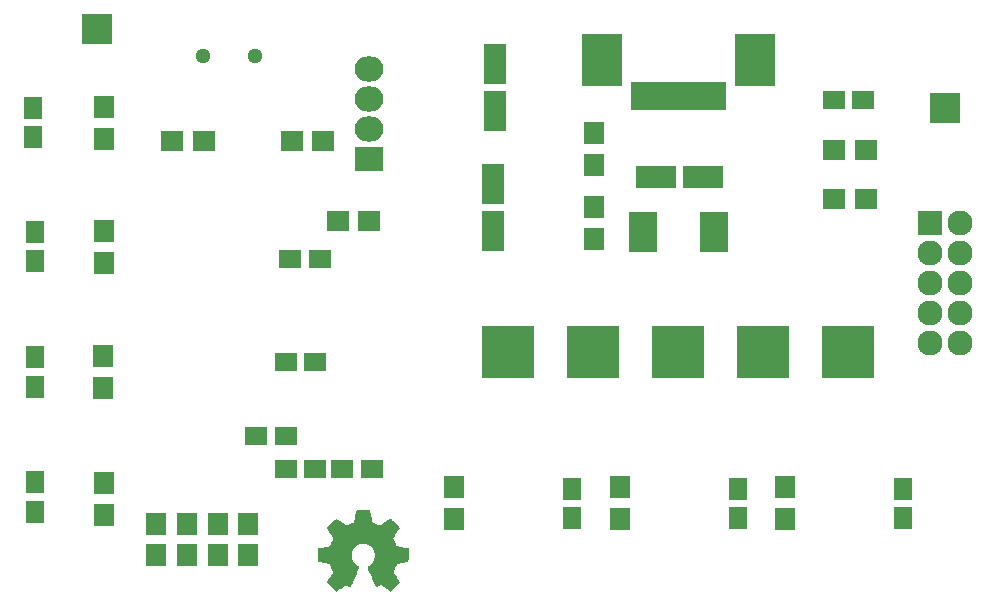
<source format=gbr>
G04 #@! TF.FileFunction,Soldermask,Bot*
%FSLAX46Y46*%
G04 Gerber Fmt 4.6, Leading zero omitted, Abs format (unit mm)*
G04 Created by KiCad (PCBNEW 4.0.1-3.201512161002+6197~38~ubuntu14.04.1-stable) date Sat 19 Dec 2015 01:41:55 AM EET*
%MOMM*%
G01*
G04 APERTURE LIST*
%ADD10C,0.100000*%
%ADD11C,0.002000*%
%ADD12R,1.901140X3.399740*%
%ADD13R,1.900000X1.650000*%
%ADD14R,1.650000X1.900000*%
%ADD15R,3.399740X1.901140*%
%ADD16C,1.299160*%
%ADD17R,2.127200X2.127200*%
%ADD18O,2.127200X2.127200*%
%ADD19R,2.432000X2.127200*%
%ADD20O,2.432000X2.127200*%
%ADD21R,1.000000X2.400000*%
%ADD22R,3.400000X4.400000*%
%ADD23R,2.398980X3.399740*%
%ADD24R,1.700000X1.900000*%
%ADD25R,1.900000X1.700000*%
%ADD26R,4.464000X4.464000*%
%ADD27R,2.635200X2.635200*%
G04 APERTURE END LIST*
D10*
D11*
G36*
X135959530Y-79810328D02*
X135929902Y-79963449D01*
X135901746Y-80099644D01*
X135876883Y-80210818D01*
X135857134Y-80288872D01*
X135844320Y-80325710D01*
X135843357Y-80326954D01*
X135811496Y-80345112D01*
X135742900Y-80376930D01*
X135648554Y-80417918D01*
X135539444Y-80463586D01*
X135426556Y-80509446D01*
X135320876Y-80551007D01*
X135233389Y-80583780D01*
X135175080Y-80603276D01*
X135158744Y-80606734D01*
X135129779Y-80592887D01*
X135066014Y-80554371D01*
X134974526Y-80495723D01*
X134862392Y-80421481D01*
X134736686Y-80336180D01*
X134735807Y-80335576D01*
X134609344Y-80249290D01*
X134495925Y-80172896D01*
X134402796Y-80111195D01*
X134337208Y-80068991D01*
X134306500Y-80051122D01*
X134278436Y-80064137D01*
X134222328Y-80107903D01*
X134144897Y-80175781D01*
X134052862Y-80261132D01*
X133952944Y-80357314D01*
X133851863Y-80457688D01*
X133756338Y-80555613D01*
X133673089Y-80644451D01*
X133608836Y-80717560D01*
X133570299Y-80768301D01*
X133562211Y-80786565D01*
X133576066Y-80819566D01*
X133614584Y-80887047D01*
X133673195Y-80981627D01*
X133747330Y-81095929D01*
X133830251Y-81219397D01*
X133915000Y-81345209D01*
X133988726Y-81457794D01*
X134046880Y-81549950D01*
X134084917Y-81614472D01*
X134098292Y-81643988D01*
X134088467Y-81678578D01*
X134062034Y-81748968D01*
X134023556Y-81844500D01*
X133977597Y-81954518D01*
X133928720Y-82068363D01*
X133881487Y-82175377D01*
X133840462Y-82264902D01*
X133810209Y-82326280D01*
X133796938Y-82347846D01*
X133769085Y-82356568D01*
X133700478Y-82372805D01*
X133600544Y-82394665D01*
X133478712Y-82420253D01*
X133344408Y-82447678D01*
X133207061Y-82475047D01*
X133076097Y-82500467D01*
X132960944Y-82522045D01*
X132871029Y-82537889D01*
X132815780Y-82546105D01*
X132805806Y-82546834D01*
X132800459Y-82570820D01*
X132796877Y-82636685D01*
X132794921Y-82735287D01*
X132794455Y-82857484D01*
X132795338Y-82994135D01*
X132797434Y-83136098D01*
X132800605Y-83274233D01*
X132804712Y-83399397D01*
X132809617Y-83502450D01*
X132815182Y-83574249D01*
X132821269Y-83605654D01*
X132821806Y-83606167D01*
X132854088Y-83615760D01*
X132928029Y-83632709D01*
X133035066Y-83655207D01*
X133166631Y-83681447D01*
X133295964Y-83706210D01*
X133445010Y-83735810D01*
X133576304Y-83764907D01*
X133681336Y-83791384D01*
X133751598Y-83813123D01*
X133777387Y-83826024D01*
X133798275Y-83861981D01*
X133832330Y-83934727D01*
X133875176Y-84033408D01*
X133922439Y-84147169D01*
X133969744Y-84265157D01*
X134012716Y-84376517D01*
X134046979Y-84470395D01*
X134068160Y-84535936D01*
X134072859Y-84559089D01*
X134058916Y-84590255D01*
X134020301Y-84655693D01*
X133961738Y-84747933D01*
X133887951Y-84859503D01*
X133817487Y-84962948D01*
X133734402Y-85085735D01*
X133662624Y-85196326D01*
X133606903Y-85287032D01*
X133571987Y-85350166D01*
X133562211Y-85376161D01*
X133579420Y-85404816D01*
X133626563Y-85461962D01*
X133696914Y-85540681D01*
X133783747Y-85634057D01*
X133880335Y-85735174D01*
X133979953Y-85837116D01*
X134075874Y-85932965D01*
X134161372Y-86015807D01*
X134229722Y-86078724D01*
X134274196Y-86114801D01*
X134286281Y-86120703D01*
X134313448Y-86106926D01*
X134375151Y-86068779D01*
X134464009Y-86011037D01*
X134572638Y-85938477D01*
X134662237Y-85877484D01*
X134782691Y-85795568D01*
X134890641Y-85723487D01*
X134978163Y-85666430D01*
X135037334Y-85629582D01*
X135057869Y-85618503D01*
X135099928Y-85621412D01*
X135172684Y-85643964D01*
X135261870Y-85681625D01*
X135272563Y-85686734D01*
X135360835Y-85725589D01*
X135434158Y-85750898D01*
X135478435Y-85757915D01*
X135481633Y-85757122D01*
X135496948Y-85732305D01*
X135528944Y-85666864D01*
X135574813Y-85567360D01*
X135631743Y-85440358D01*
X135696925Y-85292420D01*
X135767549Y-85130109D01*
X135840804Y-84959990D01*
X135913882Y-84788624D01*
X135983971Y-84622574D01*
X136048262Y-84468405D01*
X136103945Y-84332679D01*
X136148210Y-84221959D01*
X136178246Y-84142808D01*
X136191244Y-84101789D01*
X136191558Y-84099006D01*
X136172435Y-84077774D01*
X136121370Y-84034510D01*
X136047823Y-83977060D01*
X136013852Y-83951586D01*
X135835944Y-83791800D01*
X135700517Y-83611344D01*
X135607986Y-83415978D01*
X135558767Y-83211461D01*
X135553274Y-83003552D01*
X135591922Y-82798010D01*
X135675127Y-82600595D01*
X135803304Y-82417065D01*
X135896314Y-82321180D01*
X136072364Y-82190241D01*
X136261478Y-82104272D01*
X136457959Y-82060760D01*
X136656112Y-82057193D01*
X136850240Y-82091056D01*
X137034649Y-82159836D01*
X137203642Y-82261020D01*
X137351524Y-82392094D01*
X137472599Y-82550546D01*
X137561171Y-82733861D01*
X137611544Y-82939526D01*
X137621106Y-83082278D01*
X137596973Y-83310942D01*
X137525070Y-83522294D01*
X137406135Y-83714937D01*
X137240909Y-83887474D01*
X137160621Y-83951586D01*
X137080668Y-84012545D01*
X137019373Y-84062490D01*
X136986195Y-84093576D01*
X136982915Y-84099006D01*
X136992627Y-84132796D01*
X137019889Y-84205854D01*
X137061888Y-84311614D01*
X137115813Y-84443514D01*
X137178849Y-84594991D01*
X137248186Y-84759481D01*
X137321011Y-84930421D01*
X137394511Y-85101249D01*
X137465874Y-85265399D01*
X137532288Y-85416310D01*
X137590939Y-85547418D01*
X137639017Y-85652160D01*
X137673708Y-85723973D01*
X137692199Y-85756292D01*
X137693544Y-85757392D01*
X137732254Y-85753219D01*
X137802373Y-85729686D01*
X137890304Y-85691543D01*
X137911532Y-85681245D01*
X138093367Y-85591223D01*
X138480328Y-85855963D01*
X138604404Y-85940073D01*
X138714390Y-86013161D01*
X138803243Y-86070665D01*
X138863921Y-86108024D01*
X138889112Y-86120703D01*
X138913092Y-86103434D01*
X138967010Y-86055321D01*
X139044990Y-85981907D01*
X139141156Y-85888735D01*
X139249630Y-85781347D01*
X139261598Y-85769368D01*
X139370297Y-85658356D01*
X139465285Y-85557324D01*
X139540976Y-85472547D01*
X139591782Y-85410300D01*
X139612117Y-85376859D01*
X139612261Y-85375488D01*
X139598301Y-85341409D01*
X139559586Y-85273334D01*
X139500863Y-85178935D01*
X139426880Y-85065885D01*
X139356985Y-84962948D01*
X139274043Y-84840894D01*
X139202348Y-84731881D01*
X139146622Y-84643379D01*
X139111591Y-84582859D01*
X139101614Y-84559089D01*
X139111088Y-84519716D01*
X139136695Y-84444442D01*
X139174059Y-84344120D01*
X139218806Y-84229606D01*
X139266560Y-84111752D01*
X139312947Y-84001415D01*
X139353591Y-83909446D01*
X139384118Y-83846702D01*
X139397086Y-83826024D01*
X139432128Y-83809809D01*
X139508984Y-83787103D01*
X139619146Y-83760024D01*
X139754104Y-83730689D01*
X139878509Y-83706210D01*
X140024580Y-83678173D01*
X140153663Y-83652285D01*
X140257194Y-83630355D01*
X140326605Y-83614191D01*
X140352666Y-83606167D01*
X140358791Y-83578619D01*
X140364406Y-83509899D01*
X140369373Y-83409149D01*
X140373553Y-83285509D01*
X140376808Y-83148121D01*
X140379001Y-83006128D01*
X140379993Y-82868669D01*
X140379646Y-82744888D01*
X140377823Y-82643924D01*
X140374385Y-82574920D01*
X140369193Y-82547018D01*
X140368666Y-82546834D01*
X140329137Y-82542028D01*
X140251344Y-82528873D01*
X140144713Y-82509260D01*
X140018672Y-82485084D01*
X139882649Y-82458236D01*
X139746071Y-82430609D01*
X139618365Y-82404096D01*
X139508960Y-82380590D01*
X139427281Y-82361983D01*
X139382758Y-82350168D01*
X139377534Y-82347846D01*
X139358993Y-82316182D01*
X139326083Y-82247966D01*
X139283366Y-82153856D01*
X139235405Y-82044510D01*
X139186764Y-81930586D01*
X139142006Y-81822742D01*
X139105694Y-81731635D01*
X139082391Y-81667924D01*
X139076181Y-81643988D01*
X139089993Y-81613675D01*
X139128396Y-81548642D01*
X139186843Y-81456093D01*
X139260786Y-81343233D01*
X139344221Y-81219397D01*
X139429098Y-81092966D01*
X139502909Y-80979058D01*
X139561085Y-80885050D01*
X139599056Y-80818322D01*
X139612261Y-80786565D01*
X139594894Y-80754688D01*
X139547272Y-80695958D01*
X139476116Y-80617015D01*
X139388145Y-80524499D01*
X139290080Y-80425051D01*
X139188639Y-80325310D01*
X139090544Y-80231916D01*
X139002513Y-80151510D01*
X138931268Y-80090731D01*
X138883527Y-80056219D01*
X138867972Y-80051122D01*
X138836853Y-80069248D01*
X138771006Y-80111634D01*
X138677679Y-80173476D01*
X138564121Y-80249973D01*
X138438666Y-80335576D01*
X138312893Y-80420936D01*
X138200643Y-80495269D01*
X138108991Y-80554037D01*
X138045015Y-80592704D01*
X138015792Y-80606733D01*
X138015729Y-80606734D01*
X137979984Y-80597263D01*
X137908527Y-80571846D01*
X137812343Y-80534970D01*
X137702418Y-80491126D01*
X137589737Y-80444803D01*
X137485287Y-80400491D01*
X137400052Y-80362678D01*
X137345018Y-80335854D01*
X137331115Y-80326954D01*
X137319232Y-80295471D01*
X137300201Y-80221824D01*
X137275843Y-80114109D01*
X137247978Y-79980424D01*
X137218428Y-79828867D01*
X137214942Y-79810328D01*
X137122655Y-79317588D01*
X136051817Y-79317588D01*
X135959530Y-79810328D01*
X135959530Y-79810328D01*
G37*
X135959530Y-79810328D02*
X135929902Y-79963449D01*
X135901746Y-80099644D01*
X135876883Y-80210818D01*
X135857134Y-80288872D01*
X135844320Y-80325710D01*
X135843357Y-80326954D01*
X135811496Y-80345112D01*
X135742900Y-80376930D01*
X135648554Y-80417918D01*
X135539444Y-80463586D01*
X135426556Y-80509446D01*
X135320876Y-80551007D01*
X135233389Y-80583780D01*
X135175080Y-80603276D01*
X135158744Y-80606734D01*
X135129779Y-80592887D01*
X135066014Y-80554371D01*
X134974526Y-80495723D01*
X134862392Y-80421481D01*
X134736686Y-80336180D01*
X134735807Y-80335576D01*
X134609344Y-80249290D01*
X134495925Y-80172896D01*
X134402796Y-80111195D01*
X134337208Y-80068991D01*
X134306500Y-80051122D01*
X134278436Y-80064137D01*
X134222328Y-80107903D01*
X134144897Y-80175781D01*
X134052862Y-80261132D01*
X133952944Y-80357314D01*
X133851863Y-80457688D01*
X133756338Y-80555613D01*
X133673089Y-80644451D01*
X133608836Y-80717560D01*
X133570299Y-80768301D01*
X133562211Y-80786565D01*
X133576066Y-80819566D01*
X133614584Y-80887047D01*
X133673195Y-80981627D01*
X133747330Y-81095929D01*
X133830251Y-81219397D01*
X133915000Y-81345209D01*
X133988726Y-81457794D01*
X134046880Y-81549950D01*
X134084917Y-81614472D01*
X134098292Y-81643988D01*
X134088467Y-81678578D01*
X134062034Y-81748968D01*
X134023556Y-81844500D01*
X133977597Y-81954518D01*
X133928720Y-82068363D01*
X133881487Y-82175377D01*
X133840462Y-82264902D01*
X133810209Y-82326280D01*
X133796938Y-82347846D01*
X133769085Y-82356568D01*
X133700478Y-82372805D01*
X133600544Y-82394665D01*
X133478712Y-82420253D01*
X133344408Y-82447678D01*
X133207061Y-82475047D01*
X133076097Y-82500467D01*
X132960944Y-82522045D01*
X132871029Y-82537889D01*
X132815780Y-82546105D01*
X132805806Y-82546834D01*
X132800459Y-82570820D01*
X132796877Y-82636685D01*
X132794921Y-82735287D01*
X132794455Y-82857484D01*
X132795338Y-82994135D01*
X132797434Y-83136098D01*
X132800605Y-83274233D01*
X132804712Y-83399397D01*
X132809617Y-83502450D01*
X132815182Y-83574249D01*
X132821269Y-83605654D01*
X132821806Y-83606167D01*
X132854088Y-83615760D01*
X132928029Y-83632709D01*
X133035066Y-83655207D01*
X133166631Y-83681447D01*
X133295964Y-83706210D01*
X133445010Y-83735810D01*
X133576304Y-83764907D01*
X133681336Y-83791384D01*
X133751598Y-83813123D01*
X133777387Y-83826024D01*
X133798275Y-83861981D01*
X133832330Y-83934727D01*
X133875176Y-84033408D01*
X133922439Y-84147169D01*
X133969744Y-84265157D01*
X134012716Y-84376517D01*
X134046979Y-84470395D01*
X134068160Y-84535936D01*
X134072859Y-84559089D01*
X134058916Y-84590255D01*
X134020301Y-84655693D01*
X133961738Y-84747933D01*
X133887951Y-84859503D01*
X133817487Y-84962948D01*
X133734402Y-85085735D01*
X133662624Y-85196326D01*
X133606903Y-85287032D01*
X133571987Y-85350166D01*
X133562211Y-85376161D01*
X133579420Y-85404816D01*
X133626563Y-85461962D01*
X133696914Y-85540681D01*
X133783747Y-85634057D01*
X133880335Y-85735174D01*
X133979953Y-85837116D01*
X134075874Y-85932965D01*
X134161372Y-86015807D01*
X134229722Y-86078724D01*
X134274196Y-86114801D01*
X134286281Y-86120703D01*
X134313448Y-86106926D01*
X134375151Y-86068779D01*
X134464009Y-86011037D01*
X134572638Y-85938477D01*
X134662237Y-85877484D01*
X134782691Y-85795568D01*
X134890641Y-85723487D01*
X134978163Y-85666430D01*
X135037334Y-85629582D01*
X135057869Y-85618503D01*
X135099928Y-85621412D01*
X135172684Y-85643964D01*
X135261870Y-85681625D01*
X135272563Y-85686734D01*
X135360835Y-85725589D01*
X135434158Y-85750898D01*
X135478435Y-85757915D01*
X135481633Y-85757122D01*
X135496948Y-85732305D01*
X135528944Y-85666864D01*
X135574813Y-85567360D01*
X135631743Y-85440358D01*
X135696925Y-85292420D01*
X135767549Y-85130109D01*
X135840804Y-84959990D01*
X135913882Y-84788624D01*
X135983971Y-84622574D01*
X136048262Y-84468405D01*
X136103945Y-84332679D01*
X136148210Y-84221959D01*
X136178246Y-84142808D01*
X136191244Y-84101789D01*
X136191558Y-84099006D01*
X136172435Y-84077774D01*
X136121370Y-84034510D01*
X136047823Y-83977060D01*
X136013852Y-83951586D01*
X135835944Y-83791800D01*
X135700517Y-83611344D01*
X135607986Y-83415978D01*
X135558767Y-83211461D01*
X135553274Y-83003552D01*
X135591922Y-82798010D01*
X135675127Y-82600595D01*
X135803304Y-82417065D01*
X135896314Y-82321180D01*
X136072364Y-82190241D01*
X136261478Y-82104272D01*
X136457959Y-82060760D01*
X136656112Y-82057193D01*
X136850240Y-82091056D01*
X137034649Y-82159836D01*
X137203642Y-82261020D01*
X137351524Y-82392094D01*
X137472599Y-82550546D01*
X137561171Y-82733861D01*
X137611544Y-82939526D01*
X137621106Y-83082278D01*
X137596973Y-83310942D01*
X137525070Y-83522294D01*
X137406135Y-83714937D01*
X137240909Y-83887474D01*
X137160621Y-83951586D01*
X137080668Y-84012545D01*
X137019373Y-84062490D01*
X136986195Y-84093576D01*
X136982915Y-84099006D01*
X136992627Y-84132796D01*
X137019889Y-84205854D01*
X137061888Y-84311614D01*
X137115813Y-84443514D01*
X137178849Y-84594991D01*
X137248186Y-84759481D01*
X137321011Y-84930421D01*
X137394511Y-85101249D01*
X137465874Y-85265399D01*
X137532288Y-85416310D01*
X137590939Y-85547418D01*
X137639017Y-85652160D01*
X137673708Y-85723973D01*
X137692199Y-85756292D01*
X137693544Y-85757392D01*
X137732254Y-85753219D01*
X137802373Y-85729686D01*
X137890304Y-85691543D01*
X137911532Y-85681245D01*
X138093367Y-85591223D01*
X138480328Y-85855963D01*
X138604404Y-85940073D01*
X138714390Y-86013161D01*
X138803243Y-86070665D01*
X138863921Y-86108024D01*
X138889112Y-86120703D01*
X138913092Y-86103434D01*
X138967010Y-86055321D01*
X139044990Y-85981907D01*
X139141156Y-85888735D01*
X139249630Y-85781347D01*
X139261598Y-85769368D01*
X139370297Y-85658356D01*
X139465285Y-85557324D01*
X139540976Y-85472547D01*
X139591782Y-85410300D01*
X139612117Y-85376859D01*
X139612261Y-85375488D01*
X139598301Y-85341409D01*
X139559586Y-85273334D01*
X139500863Y-85178935D01*
X139426880Y-85065885D01*
X139356985Y-84962948D01*
X139274043Y-84840894D01*
X139202348Y-84731881D01*
X139146622Y-84643379D01*
X139111591Y-84582859D01*
X139101614Y-84559089D01*
X139111088Y-84519716D01*
X139136695Y-84444442D01*
X139174059Y-84344120D01*
X139218806Y-84229606D01*
X139266560Y-84111752D01*
X139312947Y-84001415D01*
X139353591Y-83909446D01*
X139384118Y-83846702D01*
X139397086Y-83826024D01*
X139432128Y-83809809D01*
X139508984Y-83787103D01*
X139619146Y-83760024D01*
X139754104Y-83730689D01*
X139878509Y-83706210D01*
X140024580Y-83678173D01*
X140153663Y-83652285D01*
X140257194Y-83630355D01*
X140326605Y-83614191D01*
X140352666Y-83606167D01*
X140358791Y-83578619D01*
X140364406Y-83509899D01*
X140369373Y-83409149D01*
X140373553Y-83285509D01*
X140376808Y-83148121D01*
X140379001Y-83006128D01*
X140379993Y-82868669D01*
X140379646Y-82744888D01*
X140377823Y-82643924D01*
X140374385Y-82574920D01*
X140369193Y-82547018D01*
X140368666Y-82546834D01*
X140329137Y-82542028D01*
X140251344Y-82528873D01*
X140144713Y-82509260D01*
X140018672Y-82485084D01*
X139882649Y-82458236D01*
X139746071Y-82430609D01*
X139618365Y-82404096D01*
X139508960Y-82380590D01*
X139427281Y-82361983D01*
X139382758Y-82350168D01*
X139377534Y-82347846D01*
X139358993Y-82316182D01*
X139326083Y-82247966D01*
X139283366Y-82153856D01*
X139235405Y-82044510D01*
X139186764Y-81930586D01*
X139142006Y-81822742D01*
X139105694Y-81731635D01*
X139082391Y-81667924D01*
X139076181Y-81643988D01*
X139089993Y-81613675D01*
X139128396Y-81548642D01*
X139186843Y-81456093D01*
X139260786Y-81343233D01*
X139344221Y-81219397D01*
X139429098Y-81092966D01*
X139502909Y-80979058D01*
X139561085Y-80885050D01*
X139599056Y-80818322D01*
X139612261Y-80786565D01*
X139594894Y-80754688D01*
X139547272Y-80695958D01*
X139476116Y-80617015D01*
X139388145Y-80524499D01*
X139290080Y-80425051D01*
X139188639Y-80325310D01*
X139090544Y-80231916D01*
X139002513Y-80151510D01*
X138931268Y-80090731D01*
X138883527Y-80056219D01*
X138867972Y-80051122D01*
X138836853Y-80069248D01*
X138771006Y-80111634D01*
X138677679Y-80173476D01*
X138564121Y-80249973D01*
X138438666Y-80335576D01*
X138312893Y-80420936D01*
X138200643Y-80495269D01*
X138108991Y-80554037D01*
X138045015Y-80592704D01*
X138015792Y-80606733D01*
X138015729Y-80606734D01*
X137979984Y-80597263D01*
X137908527Y-80571846D01*
X137812343Y-80534970D01*
X137702418Y-80491126D01*
X137589737Y-80444803D01*
X137485287Y-80400491D01*
X137400052Y-80362678D01*
X137345018Y-80335854D01*
X137331115Y-80326954D01*
X137319232Y-80295471D01*
X137300201Y-80221824D01*
X137275843Y-80114109D01*
X137247978Y-79980424D01*
X137218428Y-79828867D01*
X137214942Y-79810328D01*
X137122655Y-79317588D01*
X136051817Y-79317588D01*
X135959530Y-79810328D01*
D12*
X147800000Y-41501020D03*
X147800000Y-45498980D03*
X147600000Y-51701020D03*
X147600000Y-55698980D03*
D13*
X130050000Y-73000000D03*
X127550000Y-73000000D03*
X132550000Y-66800000D03*
X130050000Y-66800000D03*
X132950000Y-58030000D03*
X130450000Y-58030000D03*
X132550000Y-75800000D03*
X130050000Y-75800000D03*
X137350000Y-75800000D03*
X134850000Y-75800000D03*
D14*
X154330000Y-77480000D03*
X154330000Y-79980000D03*
X168330000Y-77480000D03*
X168330000Y-79980000D03*
X182330000Y-77480000D03*
X182330000Y-79980000D03*
X108700000Y-45250000D03*
X108700000Y-47750000D03*
X108800000Y-55750000D03*
X108800000Y-58250000D03*
X108800000Y-66360000D03*
X108800000Y-68860000D03*
X108790000Y-76950000D03*
X108790000Y-79450000D03*
D13*
X178950000Y-44600000D03*
X176450000Y-44600000D03*
D15*
X165398980Y-51100000D03*
X161401020Y-51100000D03*
D16*
X127449640Y-40850900D03*
X123050360Y-40850900D03*
D17*
X184600000Y-55000000D03*
D18*
X187140000Y-55000000D03*
X184600000Y-57540000D03*
X187140000Y-57540000D03*
X184600000Y-60080000D03*
X187140000Y-60080000D03*
X184600000Y-62620000D03*
X187140000Y-62620000D03*
X184600000Y-65160000D03*
X187140000Y-65160000D03*
D19*
X137100000Y-49600000D03*
D20*
X137100000Y-47060000D03*
X137100000Y-44520000D03*
X137100000Y-41980000D03*
D21*
X159830000Y-44230000D03*
X160830000Y-44230000D03*
X161830000Y-44230000D03*
X162830000Y-44230000D03*
X163830000Y-44230000D03*
X164830000Y-44230000D03*
X165830000Y-44230000D03*
X166830000Y-44230000D03*
D22*
X169830000Y-41230000D03*
X156830000Y-41230000D03*
D23*
X160300260Y-55800000D03*
X166299740Y-55800000D03*
D24*
X126900000Y-83150000D03*
X126900000Y-80450000D03*
X121700000Y-83150000D03*
X121700000Y-80450000D03*
X124300000Y-83150000D03*
X124300000Y-80450000D03*
X119100000Y-83150000D03*
X119100000Y-80450000D03*
X144330000Y-80080000D03*
X144330000Y-77380000D03*
X158330000Y-80080000D03*
X158330000Y-77380000D03*
X172330000Y-80080000D03*
X172330000Y-77380000D03*
X114700000Y-47850000D03*
X114700000Y-45150000D03*
X114700000Y-58350000D03*
X114700000Y-55650000D03*
X114600000Y-68960000D03*
X114600000Y-66260000D03*
X114690000Y-79750000D03*
X114690000Y-77050000D03*
D25*
X179150000Y-53000000D03*
X176450000Y-53000000D03*
X179150000Y-48800000D03*
X176450000Y-48800000D03*
D24*
X156200000Y-50050000D03*
X156200000Y-47350000D03*
X156200000Y-53650000D03*
X156200000Y-56350000D03*
D25*
X130550000Y-48100000D03*
X133250000Y-48100000D03*
X137150000Y-54800000D03*
X134450000Y-54800000D03*
X123150000Y-48100000D03*
X120450000Y-48100000D03*
D26*
X177700000Y-65900000D03*
X170500000Y-65900000D03*
X163300000Y-65900000D03*
X156100000Y-65900000D03*
X148900000Y-65900000D03*
D27*
X114050000Y-38610000D03*
X185900000Y-45300000D03*
M02*

</source>
